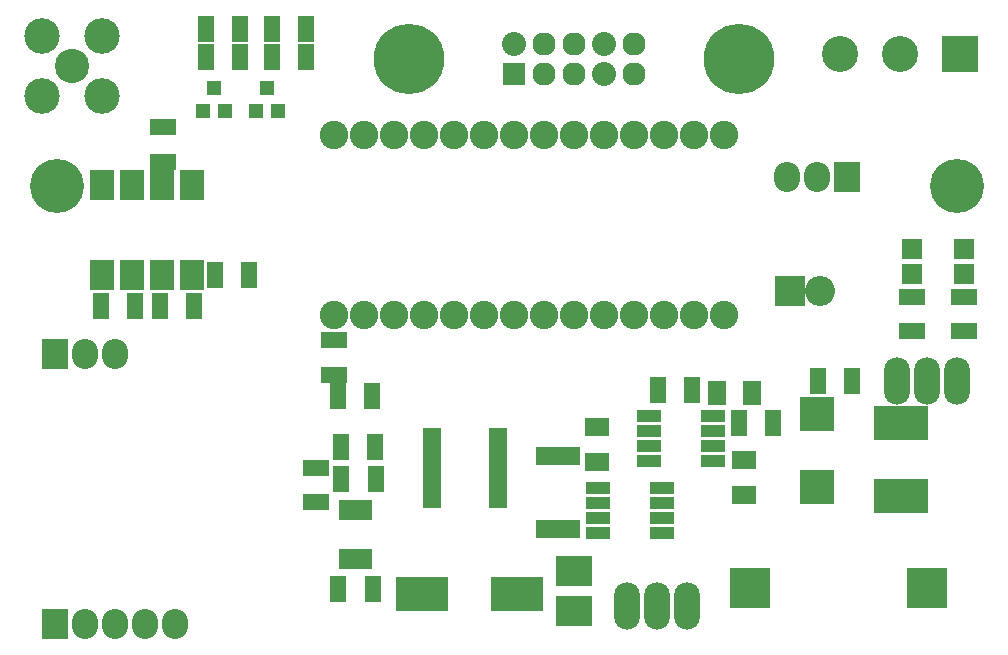
<source format=gts>
G04 #@! TF.FileFunction,Soldermask,Top*
%FSLAX46Y46*%
G04 Gerber Fmt 4.6, Leading zero omitted, Abs format (unit mm)*
G04 Created by KiCad (PCBNEW 4.0.1-stable) date 2017-04-04 7:48:20 AM*
%MOMM*%
G01*
G04 APERTURE LIST*
%ADD10C,0.150000*%
%ADD11R,2.938000X2.878000*%
%ADD12R,4.638000X2.878000*%
%ADD13R,3.008000X2.508000*%
%ADD14R,1.706880X1.706880*%
%ADD15C,5.969000*%
%ADD16R,1.908000X1.908000*%
%ADD17C,2.032000*%
%ADD18C,1.958000*%
%ADD19C,2.908000*%
%ADD20C,3.008000*%
%ADD21R,2.208000X1.408000*%
%ADD22R,1.408000X2.208000*%
%ADD23R,3.708000X1.508000*%
%ADD24R,2.058000X1.108000*%
%ADD25R,3.048000X3.048000*%
%ADD26C,3.048000*%
%ADD27R,0.908000X1.708000*%
%ADD28R,2.032000X2.540000*%
%ADD29R,2.540000X2.540000*%
%ADD30O,2.540000X2.540000*%
%ADD31R,2.235200X2.540000*%
%ADD32O,2.235200X2.540000*%
%ADD33R,2.108000X1.508000*%
%ADD34R,1.508000X2.108000*%
%ADD35O,2.207260X4.008120*%
%ADD36R,4.508500X2.908300*%
%ADD37R,3.507740X3.507740*%
%ADD38R,1.508000X6.858000*%
%ADD39C,2.408000*%
%ADD40C,4.572000*%
%ADD41R,1.308100X1.308100*%
G04 APERTURE END LIST*
D10*
D11*
X84709000Y-49712000D03*
X84709000Y-55952000D03*
D12*
X91821000Y-50474000D03*
X91821000Y-56714000D03*
D13*
X64135000Y-66470000D03*
X64135000Y-63070000D03*
D14*
X92710000Y-37879020D03*
X92710000Y-35780980D03*
X97155000Y-37879020D03*
X97155000Y-35780980D03*
D15*
X50165000Y-19685000D03*
X78105000Y-19685000D03*
D16*
X59055000Y-20955000D03*
D17*
X59055000Y-18415000D03*
D18*
X61595000Y-20955000D03*
X61595000Y-18415000D03*
X64135000Y-20955000D03*
X64135000Y-18415000D03*
D17*
X66675000Y-20955000D03*
X66675000Y-18415000D03*
D18*
X69215000Y-20955000D03*
X69215000Y-18415000D03*
D19*
X21590000Y-20320000D03*
D20*
X19050000Y-17780000D03*
X24130000Y-17780000D03*
X24130000Y-22860000D03*
X19050000Y-22860000D03*
D21*
X92710000Y-42725000D03*
X92710000Y-39825000D03*
X97155000Y-42725000D03*
X97155000Y-39825000D03*
D22*
X41455000Y-19558000D03*
X38555000Y-19558000D03*
X41455000Y-17145000D03*
X38555000Y-17145000D03*
D23*
X62738000Y-59488000D03*
X62738000Y-53288000D03*
D22*
X78052000Y-50546000D03*
X80952000Y-50546000D03*
X44143000Y-48260000D03*
X47043000Y-48260000D03*
D21*
X43815000Y-43508000D03*
X43815000Y-46408000D03*
D22*
X29030000Y-40640000D03*
X31930000Y-40640000D03*
X36629000Y-37973000D03*
X33729000Y-37973000D03*
X24077000Y-40640000D03*
X26977000Y-40640000D03*
X47322400Y-55219600D03*
X44422400Y-55219600D03*
X44371600Y-52527200D03*
X47271600Y-52527200D03*
X47068400Y-64541400D03*
X44168400Y-64541400D03*
D21*
X42240200Y-57203000D03*
X42240200Y-54303000D03*
X29337000Y-25474000D03*
X29337000Y-28374000D03*
D24*
X71534000Y-59817000D03*
X71534000Y-58547000D03*
X71534000Y-57277000D03*
X71534000Y-56007000D03*
X66134000Y-56007000D03*
X66134000Y-57277000D03*
X66134000Y-58547000D03*
X66134000Y-59817000D03*
X70452000Y-49911000D03*
X70452000Y-51181000D03*
X70452000Y-52451000D03*
X70452000Y-53721000D03*
X75852000Y-53721000D03*
X75852000Y-52451000D03*
X75852000Y-51181000D03*
X75852000Y-49911000D03*
D25*
X96774000Y-19304000D03*
D26*
X91694000Y-19304000D03*
X86614000Y-19304000D03*
D27*
X46593400Y-57844000D03*
X45943400Y-57844000D03*
X45293400Y-57844000D03*
X44643400Y-57844000D03*
X44643400Y-62044000D03*
X45293400Y-62044000D03*
X45943400Y-62044000D03*
X46593400Y-62044000D03*
D28*
X24130000Y-37973000D03*
X26670000Y-37973000D03*
X29210000Y-37973000D03*
X31750000Y-37973000D03*
X31750000Y-30353000D03*
X29210000Y-30353000D03*
X26670000Y-30353000D03*
X24130000Y-30353000D03*
D29*
X82423000Y-39370000D03*
D30*
X84963000Y-39370000D03*
D31*
X87249000Y-29718000D03*
D32*
X84709000Y-29718000D03*
X82169000Y-29718000D03*
D22*
X32967000Y-19558000D03*
X35867000Y-19558000D03*
X32967000Y-17145000D03*
X35867000Y-17145000D03*
D33*
X66040000Y-53824000D03*
X66040000Y-50824000D03*
D34*
X79224000Y-48006000D03*
X76224000Y-48006000D03*
D33*
X78486000Y-56618000D03*
X78486000Y-53618000D03*
D22*
X71194000Y-47752000D03*
X74094000Y-47752000D03*
D35*
X71120000Y-66040000D03*
X73660000Y-66040000D03*
X68580000Y-66040000D03*
X93980000Y-46990000D03*
X91440000Y-46990000D03*
X96520000Y-46990000D03*
D36*
X59245500Y-65024000D03*
X51244500Y-65024000D03*
D37*
X78987000Y-64516000D03*
X93987000Y-64516000D03*
D31*
X20193000Y-67564000D03*
D32*
X22733000Y-67564000D03*
X25273000Y-67564000D03*
X27813000Y-67564000D03*
X30353000Y-67564000D03*
D31*
X20193000Y-44704000D03*
D32*
X22733000Y-44704000D03*
X25273000Y-44704000D03*
D22*
X87683000Y-46990000D03*
X84783000Y-46990000D03*
D38*
X57664000Y-54356000D03*
X52064000Y-54356000D03*
D39*
X46355000Y-41402000D03*
X48895000Y-41402000D03*
X51435000Y-41402000D03*
X53975000Y-41402000D03*
X56515000Y-41402000D03*
X59055000Y-41402000D03*
X61595000Y-41402000D03*
X64135000Y-41402000D03*
X66675000Y-41402000D03*
X69215000Y-41402000D03*
X71755000Y-41402000D03*
X74295000Y-41402000D03*
X76835000Y-41402000D03*
X76835000Y-26162000D03*
X74295000Y-26162000D03*
X71755000Y-26162000D03*
X69215000Y-26162000D03*
X66675000Y-26162000D03*
X64135000Y-26162000D03*
X61595000Y-26162000D03*
X59055000Y-26162000D03*
X56515000Y-26162000D03*
X53975000Y-26162000D03*
X51435000Y-26162000D03*
X48895000Y-26162000D03*
X46355000Y-26162000D03*
X43815000Y-26162000D03*
X43815000Y-41402000D03*
D40*
X20320000Y-30480000D03*
X96520000Y-30480000D03*
D41*
X32705000Y-24114760D03*
X34605000Y-24114760D03*
X33655000Y-22115780D03*
X37150000Y-24114760D03*
X39050000Y-24114760D03*
X38100000Y-22115780D03*
M02*

</source>
